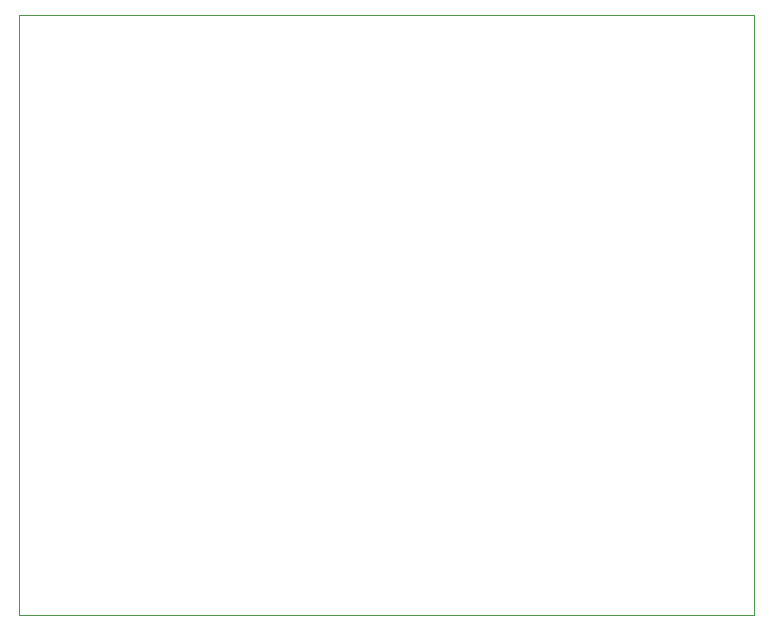
<source format=gm1>
G04 #@! TF.GenerationSoftware,KiCad,Pcbnew,(5.1.9-0-10_14)*
G04 #@! TF.CreationDate,2021-05-14T14:16:07+02:00*
G04 #@! TF.ProjectId,PreAmp_SMPS_Filter,50726541-6d70-45f5-934d-50535f46696c,1.0*
G04 #@! TF.SameCoordinates,Original*
G04 #@! TF.FileFunction,Profile,NP*
%FSLAX46Y46*%
G04 Gerber Fmt 4.6, Leading zero omitted, Abs format (unit mm)*
G04 Created by KiCad (PCBNEW (5.1.9-0-10_14)) date 2021-05-14 14:16:07*
%MOMM*%
%LPD*%
G01*
G04 APERTURE LIST*
G04 #@! TA.AperFunction,Profile*
%ADD10C,0.050000*%
G04 #@! TD*
G04 APERTURE END LIST*
D10*
X53340000Y-83820000D02*
X53340000Y-33020000D01*
X115570000Y-83820000D02*
X53340000Y-83820000D01*
X115570000Y-33020000D02*
X115570000Y-83820000D01*
X53340000Y-33020000D02*
X115570000Y-33020000D01*
M02*

</source>
